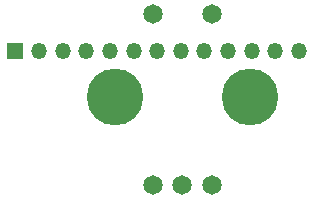
<source format=gbs>
%TF.GenerationSoftware,KiCad,Pcbnew,(6.0.0)*%
%TF.CreationDate,2022-03-13T17:58:50-04:00*%
%TF.ProjectId,jaguar controller top pcb,6a616775-6172-4206-936f-6e74726f6c6c,rev?*%
%TF.SameCoordinates,Original*%
%TF.FileFunction,Soldermask,Bot*%
%TF.FilePolarity,Negative*%
%FSLAX46Y46*%
G04 Gerber Fmt 4.6, Leading zero omitted, Abs format (unit mm)*
G04 Created by KiCad (PCBNEW (6.0.0)) date 2022-03-13 17:58:50*
%MOMM*%
%LPD*%
G01*
G04 APERTURE LIST*
%ADD10C,1.650000*%
%ADD11C,4.800000*%
%ADD12R,1.350000X1.350000*%
%ADD13O,1.350000X1.350000*%
G04 APERTURE END LIST*
D10*
%TO.C,VR1*%
X55488200Y-6487400D03*
X60488200Y-6487400D03*
X55488200Y-20987400D03*
X60488200Y-20987400D03*
X57988200Y-20987400D03*
D11*
X52288200Y-13487400D03*
X63688200Y-13487400D03*
%TD*%
D12*
%TO.C,J1*%
X43860000Y-9580000D03*
D13*
X45860000Y-9580000D03*
X47860000Y-9580000D03*
X49860000Y-9580000D03*
X51860000Y-9580000D03*
X53860000Y-9580000D03*
X55860000Y-9580000D03*
X57860000Y-9580000D03*
X59860000Y-9580000D03*
X61860000Y-9580000D03*
X63860000Y-9580000D03*
X65860000Y-9580000D03*
X67860000Y-9580000D03*
%TD*%
M02*

</source>
